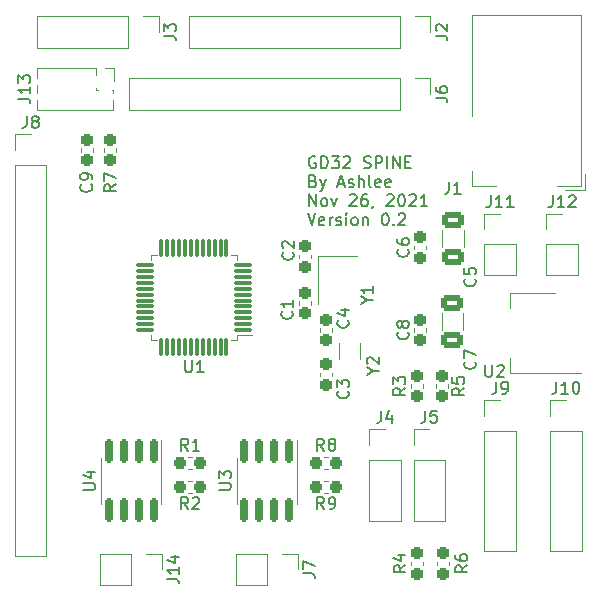
<source format=gto>
%TF.GenerationSoftware,KiCad,Pcbnew,(5.99.0-12896-g1860893d63)*%
%TF.CreationDate,2021-11-27T00:19:14+08:00*%
%TF.ProjectId,GD32_SPINE,47443332-5f53-4504-994e-452e6b696361,rev?*%
%TF.SameCoordinates,Original*%
%TF.FileFunction,Legend,Top*%
%TF.FilePolarity,Positive*%
%FSLAX46Y46*%
G04 Gerber Fmt 4.6, Leading zero omitted, Abs format (unit mm)*
G04 Created by KiCad (PCBNEW (5.99.0-12896-g1860893d63)) date 2021-11-27 00:19:14*
%MOMM*%
%LPD*%
G01*
G04 APERTURE LIST*
G04 Aperture macros list*
%AMRoundRect*
0 Rectangle with rounded corners*
0 $1 Rounding radius*
0 $2 $3 $4 $5 $6 $7 $8 $9 X,Y pos of 4 corners*
0 Add a 4 corners polygon primitive as box body*
4,1,4,$2,$3,$4,$5,$6,$7,$8,$9,$2,$3,0*
0 Add four circle primitives for the rounded corners*
1,1,$1+$1,$2,$3*
1,1,$1+$1,$4,$5*
1,1,$1+$1,$6,$7*
1,1,$1+$1,$8,$9*
0 Add four rect primitives between the rounded corners*
20,1,$1+$1,$2,$3,$4,$5,0*
20,1,$1+$1,$4,$5,$6,$7,0*
20,1,$1+$1,$6,$7,$8,$9,0*
20,1,$1+$1,$8,$9,$2,$3,0*%
G04 Aperture macros list end*
%ADD10C,0.150000*%
%ADD11C,0.120000*%
%ADD12R,1.700000X1.700000*%
%ADD13O,1.700000X1.700000*%
%ADD14RoundRect,0.237500X-0.237500X0.300000X-0.237500X-0.300000X0.237500X-0.300000X0.237500X0.300000X0*%
%ADD15RoundRect,0.237500X0.237500X-0.300000X0.237500X0.300000X-0.237500X0.300000X-0.237500X-0.300000X0*%
%ADD16R,1.000000X1.000000*%
%ADD17O,1.000000X1.000000*%
%ADD18RoundRect,0.250000X0.650000X-0.412500X0.650000X0.412500X-0.650000X0.412500X-0.650000X-0.412500X0*%
%ADD19RoundRect,0.150000X-0.150000X0.825000X-0.150000X-0.825000X0.150000X-0.825000X0.150000X0.825000X0*%
%ADD20RoundRect,0.237500X0.300000X0.237500X-0.300000X0.237500X-0.300000X-0.237500X0.300000X-0.237500X0*%
%ADD21R,1.200000X1.400000*%
%ADD22R,2.000000X1.500000*%
%ADD23R,2.000000X3.800000*%
%ADD24RoundRect,0.075000X0.662500X0.075000X-0.662500X0.075000X-0.662500X-0.075000X0.662500X-0.075000X0*%
%ADD25RoundRect,0.075000X0.075000X0.662500X-0.075000X0.662500X-0.075000X-0.662500X0.075000X-0.662500X0*%
%ADD26R,1.800000X1.000000*%
%ADD27R,4.600000X2.000000*%
%ADD28O,4.200000X2.000000*%
%ADD29O,2.000000X4.200000*%
G04 APERTURE END LIST*
D10*
X126109404Y-62585000D02*
X126014166Y-62537380D01*
X125871309Y-62537380D01*
X125728452Y-62585000D01*
X125633214Y-62680238D01*
X125585595Y-62775476D01*
X125537976Y-62965952D01*
X125537976Y-63108809D01*
X125585595Y-63299285D01*
X125633214Y-63394523D01*
X125728452Y-63489761D01*
X125871309Y-63537380D01*
X125966547Y-63537380D01*
X126109404Y-63489761D01*
X126157023Y-63442142D01*
X126157023Y-63108809D01*
X125966547Y-63108809D01*
X126585595Y-63537380D02*
X126585595Y-62537380D01*
X126823690Y-62537380D01*
X126966547Y-62585000D01*
X127061785Y-62680238D01*
X127109404Y-62775476D01*
X127157023Y-62965952D01*
X127157023Y-63108809D01*
X127109404Y-63299285D01*
X127061785Y-63394523D01*
X126966547Y-63489761D01*
X126823690Y-63537380D01*
X126585595Y-63537380D01*
X127490357Y-62537380D02*
X128109404Y-62537380D01*
X127776071Y-62918333D01*
X127918928Y-62918333D01*
X128014166Y-62965952D01*
X128061785Y-63013571D01*
X128109404Y-63108809D01*
X128109404Y-63346904D01*
X128061785Y-63442142D01*
X128014166Y-63489761D01*
X127918928Y-63537380D01*
X127633214Y-63537380D01*
X127537976Y-63489761D01*
X127490357Y-63442142D01*
X128490357Y-62632619D02*
X128537976Y-62585000D01*
X128633214Y-62537380D01*
X128871309Y-62537380D01*
X128966547Y-62585000D01*
X129014166Y-62632619D01*
X129061785Y-62727857D01*
X129061785Y-62823095D01*
X129014166Y-62965952D01*
X128442738Y-63537380D01*
X129061785Y-63537380D01*
X130204642Y-63489761D02*
X130347500Y-63537380D01*
X130585595Y-63537380D01*
X130680833Y-63489761D01*
X130728452Y-63442142D01*
X130776071Y-63346904D01*
X130776071Y-63251666D01*
X130728452Y-63156428D01*
X130680833Y-63108809D01*
X130585595Y-63061190D01*
X130395119Y-63013571D01*
X130299880Y-62965952D01*
X130252261Y-62918333D01*
X130204642Y-62823095D01*
X130204642Y-62727857D01*
X130252261Y-62632619D01*
X130299880Y-62585000D01*
X130395119Y-62537380D01*
X130633214Y-62537380D01*
X130776071Y-62585000D01*
X131204642Y-63537380D02*
X131204642Y-62537380D01*
X131585595Y-62537380D01*
X131680833Y-62585000D01*
X131728452Y-62632619D01*
X131776071Y-62727857D01*
X131776071Y-62870714D01*
X131728452Y-62965952D01*
X131680833Y-63013571D01*
X131585595Y-63061190D01*
X131204642Y-63061190D01*
X132204642Y-63537380D02*
X132204642Y-62537380D01*
X132680833Y-63537380D02*
X132680833Y-62537380D01*
X133252261Y-63537380D01*
X133252261Y-62537380D01*
X133728452Y-63013571D02*
X134061785Y-63013571D01*
X134204642Y-63537380D02*
X133728452Y-63537380D01*
X133728452Y-62537380D01*
X134204642Y-62537380D01*
X125918928Y-64623571D02*
X126061785Y-64671190D01*
X126109404Y-64718809D01*
X126157023Y-64814047D01*
X126157023Y-64956904D01*
X126109404Y-65052142D01*
X126061785Y-65099761D01*
X125966547Y-65147380D01*
X125585595Y-65147380D01*
X125585595Y-64147380D01*
X125918928Y-64147380D01*
X126014166Y-64195000D01*
X126061785Y-64242619D01*
X126109404Y-64337857D01*
X126109404Y-64433095D01*
X126061785Y-64528333D01*
X126014166Y-64575952D01*
X125918928Y-64623571D01*
X125585595Y-64623571D01*
X126490357Y-64480714D02*
X126728452Y-65147380D01*
X126966547Y-64480714D02*
X126728452Y-65147380D01*
X126633214Y-65385476D01*
X126585595Y-65433095D01*
X126490357Y-65480714D01*
X128061785Y-64861666D02*
X128537976Y-64861666D01*
X127966547Y-65147380D02*
X128299880Y-64147380D01*
X128633214Y-65147380D01*
X128918928Y-65099761D02*
X129014166Y-65147380D01*
X129204642Y-65147380D01*
X129299880Y-65099761D01*
X129347500Y-65004523D01*
X129347500Y-64956904D01*
X129299880Y-64861666D01*
X129204642Y-64814047D01*
X129061785Y-64814047D01*
X128966547Y-64766428D01*
X128918928Y-64671190D01*
X128918928Y-64623571D01*
X128966547Y-64528333D01*
X129061785Y-64480714D01*
X129204642Y-64480714D01*
X129299880Y-64528333D01*
X129776071Y-65147380D02*
X129776071Y-64147380D01*
X130204642Y-65147380D02*
X130204642Y-64623571D01*
X130157023Y-64528333D01*
X130061785Y-64480714D01*
X129918928Y-64480714D01*
X129823690Y-64528333D01*
X129776071Y-64575952D01*
X130823690Y-65147380D02*
X130728452Y-65099761D01*
X130680833Y-65004523D01*
X130680833Y-64147380D01*
X131585595Y-65099761D02*
X131490357Y-65147380D01*
X131299880Y-65147380D01*
X131204642Y-65099761D01*
X131157023Y-65004523D01*
X131157023Y-64623571D01*
X131204642Y-64528333D01*
X131299880Y-64480714D01*
X131490357Y-64480714D01*
X131585595Y-64528333D01*
X131633214Y-64623571D01*
X131633214Y-64718809D01*
X131157023Y-64814047D01*
X132442738Y-65099761D02*
X132347500Y-65147380D01*
X132157023Y-65147380D01*
X132061785Y-65099761D01*
X132014166Y-65004523D01*
X132014166Y-64623571D01*
X132061785Y-64528333D01*
X132157023Y-64480714D01*
X132347500Y-64480714D01*
X132442738Y-64528333D01*
X132490357Y-64623571D01*
X132490357Y-64718809D01*
X132014166Y-64814047D01*
X125585595Y-66757380D02*
X125585595Y-65757380D01*
X126157023Y-66757380D01*
X126157023Y-65757380D01*
X126776071Y-66757380D02*
X126680833Y-66709761D01*
X126633214Y-66662142D01*
X126585595Y-66566904D01*
X126585595Y-66281190D01*
X126633214Y-66185952D01*
X126680833Y-66138333D01*
X126776071Y-66090714D01*
X126918928Y-66090714D01*
X127014166Y-66138333D01*
X127061785Y-66185952D01*
X127109404Y-66281190D01*
X127109404Y-66566904D01*
X127061785Y-66662142D01*
X127014166Y-66709761D01*
X126918928Y-66757380D01*
X126776071Y-66757380D01*
X127442738Y-66090714D02*
X127680833Y-66757380D01*
X127918928Y-66090714D01*
X129014166Y-65852619D02*
X129061785Y-65805000D01*
X129157023Y-65757380D01*
X129395119Y-65757380D01*
X129490357Y-65805000D01*
X129537976Y-65852619D01*
X129585595Y-65947857D01*
X129585595Y-66043095D01*
X129537976Y-66185952D01*
X128966547Y-66757380D01*
X129585595Y-66757380D01*
X130442738Y-65757380D02*
X130252261Y-65757380D01*
X130157023Y-65805000D01*
X130109404Y-65852619D01*
X130014166Y-65995476D01*
X129966547Y-66185952D01*
X129966547Y-66566904D01*
X130014166Y-66662142D01*
X130061785Y-66709761D01*
X130157023Y-66757380D01*
X130347500Y-66757380D01*
X130442738Y-66709761D01*
X130490357Y-66662142D01*
X130537976Y-66566904D01*
X130537976Y-66328809D01*
X130490357Y-66233571D01*
X130442738Y-66185952D01*
X130347500Y-66138333D01*
X130157023Y-66138333D01*
X130061785Y-66185952D01*
X130014166Y-66233571D01*
X129966547Y-66328809D01*
X131014166Y-66709761D02*
X131014166Y-66757380D01*
X130966547Y-66852619D01*
X130918928Y-66900238D01*
X132157023Y-65852619D02*
X132204642Y-65805000D01*
X132299880Y-65757380D01*
X132537976Y-65757380D01*
X132633214Y-65805000D01*
X132680833Y-65852619D01*
X132728452Y-65947857D01*
X132728452Y-66043095D01*
X132680833Y-66185952D01*
X132109404Y-66757380D01*
X132728452Y-66757380D01*
X133347500Y-65757380D02*
X133442738Y-65757380D01*
X133537976Y-65805000D01*
X133585595Y-65852619D01*
X133633214Y-65947857D01*
X133680833Y-66138333D01*
X133680833Y-66376428D01*
X133633214Y-66566904D01*
X133585595Y-66662142D01*
X133537976Y-66709761D01*
X133442738Y-66757380D01*
X133347500Y-66757380D01*
X133252261Y-66709761D01*
X133204642Y-66662142D01*
X133157023Y-66566904D01*
X133109404Y-66376428D01*
X133109404Y-66138333D01*
X133157023Y-65947857D01*
X133204642Y-65852619D01*
X133252261Y-65805000D01*
X133347500Y-65757380D01*
X134061785Y-65852619D02*
X134109404Y-65805000D01*
X134204642Y-65757380D01*
X134442738Y-65757380D01*
X134537976Y-65805000D01*
X134585595Y-65852619D01*
X134633214Y-65947857D01*
X134633214Y-66043095D01*
X134585595Y-66185952D01*
X134014166Y-66757380D01*
X134633214Y-66757380D01*
X135585595Y-66757380D02*
X135014166Y-66757380D01*
X135299880Y-66757380D02*
X135299880Y-65757380D01*
X135204642Y-65900238D01*
X135109404Y-65995476D01*
X135014166Y-66043095D01*
X125442738Y-67367380D02*
X125776071Y-68367380D01*
X126109404Y-67367380D01*
X126823690Y-68319761D02*
X126728452Y-68367380D01*
X126537976Y-68367380D01*
X126442738Y-68319761D01*
X126395119Y-68224523D01*
X126395119Y-67843571D01*
X126442738Y-67748333D01*
X126537976Y-67700714D01*
X126728452Y-67700714D01*
X126823690Y-67748333D01*
X126871309Y-67843571D01*
X126871309Y-67938809D01*
X126395119Y-68034047D01*
X127299880Y-68367380D02*
X127299880Y-67700714D01*
X127299880Y-67891190D02*
X127347500Y-67795952D01*
X127395119Y-67748333D01*
X127490357Y-67700714D01*
X127585595Y-67700714D01*
X127871309Y-68319761D02*
X127966547Y-68367380D01*
X128157023Y-68367380D01*
X128252261Y-68319761D01*
X128299880Y-68224523D01*
X128299880Y-68176904D01*
X128252261Y-68081666D01*
X128157023Y-68034047D01*
X128014166Y-68034047D01*
X127918928Y-67986428D01*
X127871309Y-67891190D01*
X127871309Y-67843571D01*
X127918928Y-67748333D01*
X128014166Y-67700714D01*
X128157023Y-67700714D01*
X128252261Y-67748333D01*
X128728452Y-68367380D02*
X128728452Y-67700714D01*
X128728452Y-67367380D02*
X128680833Y-67415000D01*
X128728452Y-67462619D01*
X128776071Y-67415000D01*
X128728452Y-67367380D01*
X128728452Y-67462619D01*
X129347500Y-68367380D02*
X129252261Y-68319761D01*
X129204642Y-68272142D01*
X129157023Y-68176904D01*
X129157023Y-67891190D01*
X129204642Y-67795952D01*
X129252261Y-67748333D01*
X129347500Y-67700714D01*
X129490357Y-67700714D01*
X129585595Y-67748333D01*
X129633214Y-67795952D01*
X129680833Y-67891190D01*
X129680833Y-68176904D01*
X129633214Y-68272142D01*
X129585595Y-68319761D01*
X129490357Y-68367380D01*
X129347500Y-68367380D01*
X130109404Y-67700714D02*
X130109404Y-68367380D01*
X130109404Y-67795952D02*
X130157023Y-67748333D01*
X130252261Y-67700714D01*
X130395119Y-67700714D01*
X130490357Y-67748333D01*
X130537976Y-67843571D01*
X130537976Y-68367380D01*
X131966547Y-67367380D02*
X132061785Y-67367380D01*
X132157023Y-67415000D01*
X132204642Y-67462619D01*
X132252261Y-67557857D01*
X132299880Y-67748333D01*
X132299880Y-67986428D01*
X132252261Y-68176904D01*
X132204642Y-68272142D01*
X132157023Y-68319761D01*
X132061785Y-68367380D01*
X131966547Y-68367380D01*
X131871309Y-68319761D01*
X131823690Y-68272142D01*
X131776071Y-68176904D01*
X131728452Y-67986428D01*
X131728452Y-67748333D01*
X131776071Y-67557857D01*
X131823690Y-67462619D01*
X131871309Y-67415000D01*
X131966547Y-67367380D01*
X132728452Y-68272142D02*
X132776071Y-68319761D01*
X132728452Y-68367380D01*
X132680833Y-68319761D01*
X132728452Y-68272142D01*
X132728452Y-68367380D01*
X133157023Y-67462619D02*
X133204642Y-67415000D01*
X133299880Y-67367380D01*
X133537976Y-67367380D01*
X133633214Y-67415000D01*
X133680833Y-67462619D01*
X133728452Y-67557857D01*
X133728452Y-67653095D01*
X133680833Y-67795952D01*
X133109404Y-68367380D01*
X133728452Y-68367380D01*
%TO.C,J9*%
X141416666Y-81622380D02*
X141416666Y-82336666D01*
X141369047Y-82479523D01*
X141273809Y-82574761D01*
X141130952Y-82622380D01*
X141035714Y-82622380D01*
X141940476Y-82622380D02*
X142130952Y-82622380D01*
X142226190Y-82574761D01*
X142273809Y-82527142D01*
X142369047Y-82384285D01*
X142416666Y-82193809D01*
X142416666Y-81812857D01*
X142369047Y-81717619D01*
X142321428Y-81670000D01*
X142226190Y-81622380D01*
X142035714Y-81622380D01*
X141940476Y-81670000D01*
X141892857Y-81717619D01*
X141845238Y-81812857D01*
X141845238Y-82050952D01*
X141892857Y-82146190D01*
X141940476Y-82193809D01*
X142035714Y-82241428D01*
X142226190Y-82241428D01*
X142321428Y-82193809D01*
X142369047Y-82146190D01*
X142416666Y-82050952D01*
%TO.C,R5*%
X138702380Y-82166666D02*
X138226190Y-82500000D01*
X138702380Y-82738095D02*
X137702380Y-82738095D01*
X137702380Y-82357142D01*
X137750000Y-82261904D01*
X137797619Y-82214285D01*
X137892857Y-82166666D01*
X138035714Y-82166666D01*
X138130952Y-82214285D01*
X138178571Y-82261904D01*
X138226190Y-82357142D01*
X138226190Y-82738095D01*
X137702380Y-81261904D02*
X137702380Y-81738095D01*
X138178571Y-81785714D01*
X138130952Y-81738095D01*
X138083333Y-81642857D01*
X138083333Y-81404761D01*
X138130952Y-81309523D01*
X138178571Y-81261904D01*
X138273809Y-81214285D01*
X138511904Y-81214285D01*
X138607142Y-81261904D01*
X138654761Y-81309523D01*
X138702380Y-81404761D01*
X138702380Y-81642857D01*
X138654761Y-81738095D01*
X138607142Y-81785714D01*
%TO.C,J6*%
X136282380Y-57583333D02*
X136996666Y-57583333D01*
X137139523Y-57630952D01*
X137234761Y-57726190D01*
X137282380Y-57869047D01*
X137282380Y-57964285D01*
X136282380Y-56678571D02*
X136282380Y-56869047D01*
X136330000Y-56964285D01*
X136377619Y-57011904D01*
X136520476Y-57107142D01*
X136710952Y-57154761D01*
X137091904Y-57154761D01*
X137187142Y-57107142D01*
X137234761Y-57059523D01*
X137282380Y-56964285D01*
X137282380Y-56773809D01*
X137234761Y-56678571D01*
X137187142Y-56630952D01*
X137091904Y-56583333D01*
X136853809Y-56583333D01*
X136758571Y-56630952D01*
X136710952Y-56678571D01*
X136663333Y-56773809D01*
X136663333Y-56964285D01*
X136710952Y-57059523D01*
X136758571Y-57107142D01*
X136853809Y-57154761D01*
%TO.C,C1*%
X124107142Y-75666666D02*
X124154761Y-75714285D01*
X124202380Y-75857142D01*
X124202380Y-75952380D01*
X124154761Y-76095238D01*
X124059523Y-76190476D01*
X123964285Y-76238095D01*
X123773809Y-76285714D01*
X123630952Y-76285714D01*
X123440476Y-76238095D01*
X123345238Y-76190476D01*
X123250000Y-76095238D01*
X123202380Y-75952380D01*
X123202380Y-75857142D01*
X123250000Y-75714285D01*
X123297619Y-75666666D01*
X124202380Y-74714285D02*
X124202380Y-75285714D01*
X124202380Y-75000000D02*
X123202380Y-75000000D01*
X123345238Y-75095238D01*
X123440476Y-75190476D01*
X123488095Y-75285714D01*
%TO.C,R3*%
X133702380Y-82166666D02*
X133226190Y-82500000D01*
X133702380Y-82738095D02*
X132702380Y-82738095D01*
X132702380Y-82357142D01*
X132750000Y-82261904D01*
X132797619Y-82214285D01*
X132892857Y-82166666D01*
X133035714Y-82166666D01*
X133130952Y-82214285D01*
X133178571Y-82261904D01*
X133226190Y-82357142D01*
X133226190Y-82738095D01*
X132702380Y-81833333D02*
X132702380Y-81214285D01*
X133083333Y-81547619D01*
X133083333Y-81404761D01*
X133130952Y-81309523D01*
X133178571Y-81261904D01*
X133273809Y-81214285D01*
X133511904Y-81214285D01*
X133607142Y-81261904D01*
X133654761Y-81309523D01*
X133702380Y-81404761D01*
X133702380Y-81690476D01*
X133654761Y-81785714D01*
X133607142Y-81833333D01*
%TO.C,R7*%
X109202380Y-64916666D02*
X108726190Y-65250000D01*
X109202380Y-65488095D02*
X108202380Y-65488095D01*
X108202380Y-65107142D01*
X108250000Y-65011904D01*
X108297619Y-64964285D01*
X108392857Y-64916666D01*
X108535714Y-64916666D01*
X108630952Y-64964285D01*
X108678571Y-65011904D01*
X108726190Y-65107142D01*
X108726190Y-65488095D01*
X108202380Y-64583333D02*
X108202380Y-63916666D01*
X109202380Y-64345238D01*
%TO.C,J5*%
X135416666Y-84082380D02*
X135416666Y-84796666D01*
X135369047Y-84939523D01*
X135273809Y-85034761D01*
X135130952Y-85082380D01*
X135035714Y-85082380D01*
X136369047Y-84082380D02*
X135892857Y-84082380D01*
X135845238Y-84558571D01*
X135892857Y-84510952D01*
X135988095Y-84463333D01*
X136226190Y-84463333D01*
X136321428Y-84510952D01*
X136369047Y-84558571D01*
X136416666Y-84653809D01*
X136416666Y-84891904D01*
X136369047Y-84987142D01*
X136321428Y-85034761D01*
X136226190Y-85082380D01*
X135988095Y-85082380D01*
X135892857Y-85034761D01*
X135845238Y-84987142D01*
%TO.C,J13*%
X100952380Y-57644523D02*
X101666666Y-57644523D01*
X101809523Y-57692142D01*
X101904761Y-57787380D01*
X101952380Y-57930238D01*
X101952380Y-58025476D01*
X101952380Y-56644523D02*
X101952380Y-57215952D01*
X101952380Y-56930238D02*
X100952380Y-56930238D01*
X101095238Y-57025476D01*
X101190476Y-57120714D01*
X101238095Y-57215952D01*
X100952380Y-56311190D02*
X100952380Y-55692142D01*
X101333333Y-56025476D01*
X101333333Y-55882619D01*
X101380952Y-55787380D01*
X101428571Y-55739761D01*
X101523809Y-55692142D01*
X101761904Y-55692142D01*
X101857142Y-55739761D01*
X101904761Y-55787380D01*
X101952380Y-55882619D01*
X101952380Y-56168333D01*
X101904761Y-56263571D01*
X101857142Y-56311190D01*
%TO.C,C6*%
X133927142Y-70416666D02*
X133974761Y-70464285D01*
X134022380Y-70607142D01*
X134022380Y-70702380D01*
X133974761Y-70845238D01*
X133879523Y-70940476D01*
X133784285Y-70988095D01*
X133593809Y-71035714D01*
X133450952Y-71035714D01*
X133260476Y-70988095D01*
X133165238Y-70940476D01*
X133070000Y-70845238D01*
X133022380Y-70702380D01*
X133022380Y-70607142D01*
X133070000Y-70464285D01*
X133117619Y-70416666D01*
X133022380Y-69559523D02*
X133022380Y-69750000D01*
X133070000Y-69845238D01*
X133117619Y-69892857D01*
X133260476Y-69988095D01*
X133450952Y-70035714D01*
X133831904Y-70035714D01*
X133927142Y-69988095D01*
X133974761Y-69940476D01*
X134022380Y-69845238D01*
X134022380Y-69654761D01*
X133974761Y-69559523D01*
X133927142Y-69511904D01*
X133831904Y-69464285D01*
X133593809Y-69464285D01*
X133498571Y-69511904D01*
X133450952Y-69559523D01*
X133403333Y-69654761D01*
X133403333Y-69845238D01*
X133450952Y-69940476D01*
X133498571Y-69988095D01*
X133593809Y-70035714D01*
%TO.C,C5*%
X139607142Y-72916666D02*
X139654761Y-72964285D01*
X139702380Y-73107142D01*
X139702380Y-73202380D01*
X139654761Y-73345238D01*
X139559523Y-73440476D01*
X139464285Y-73488095D01*
X139273809Y-73535714D01*
X139130952Y-73535714D01*
X138940476Y-73488095D01*
X138845238Y-73440476D01*
X138750000Y-73345238D01*
X138702380Y-73202380D01*
X138702380Y-73107142D01*
X138750000Y-72964285D01*
X138797619Y-72916666D01*
X138702380Y-72011904D02*
X138702380Y-72488095D01*
X139178571Y-72535714D01*
X139130952Y-72488095D01*
X139083333Y-72392857D01*
X139083333Y-72154761D01*
X139130952Y-72059523D01*
X139178571Y-72011904D01*
X139273809Y-71964285D01*
X139511904Y-71964285D01*
X139607142Y-72011904D01*
X139654761Y-72059523D01*
X139702380Y-72154761D01*
X139702380Y-72392857D01*
X139654761Y-72488095D01*
X139607142Y-72535714D01*
%TO.C,J14*%
X113557380Y-98309523D02*
X114271666Y-98309523D01*
X114414523Y-98357142D01*
X114509761Y-98452380D01*
X114557380Y-98595238D01*
X114557380Y-98690476D01*
X114557380Y-97309523D02*
X114557380Y-97880952D01*
X114557380Y-97595238D02*
X113557380Y-97595238D01*
X113700238Y-97690476D01*
X113795476Y-97785714D01*
X113843095Y-97880952D01*
X113890714Y-96452380D02*
X114557380Y-96452380D01*
X113509761Y-96690476D02*
X114224047Y-96928571D01*
X114224047Y-96309523D01*
%TO.C,R4*%
X133722380Y-97176666D02*
X133246190Y-97510000D01*
X133722380Y-97748095D02*
X132722380Y-97748095D01*
X132722380Y-97367142D01*
X132770000Y-97271904D01*
X132817619Y-97224285D01*
X132912857Y-97176666D01*
X133055714Y-97176666D01*
X133150952Y-97224285D01*
X133198571Y-97271904D01*
X133246190Y-97367142D01*
X133246190Y-97748095D01*
X133055714Y-96319523D02*
X133722380Y-96319523D01*
X132674761Y-96557619D02*
X133389047Y-96795714D01*
X133389047Y-96176666D01*
%TO.C,C9*%
X107107142Y-64916666D02*
X107154761Y-64964285D01*
X107202380Y-65107142D01*
X107202380Y-65202380D01*
X107154761Y-65345238D01*
X107059523Y-65440476D01*
X106964285Y-65488095D01*
X106773809Y-65535714D01*
X106630952Y-65535714D01*
X106440476Y-65488095D01*
X106345238Y-65440476D01*
X106250000Y-65345238D01*
X106202380Y-65202380D01*
X106202380Y-65107142D01*
X106250000Y-64964285D01*
X106297619Y-64916666D01*
X107202380Y-64440476D02*
X107202380Y-64250000D01*
X107154761Y-64154761D01*
X107107142Y-64107142D01*
X106964285Y-64011904D01*
X106773809Y-63964285D01*
X106392857Y-63964285D01*
X106297619Y-64011904D01*
X106250000Y-64059523D01*
X106202380Y-64154761D01*
X106202380Y-64345238D01*
X106250000Y-64440476D01*
X106297619Y-64488095D01*
X106392857Y-64535714D01*
X106630952Y-64535714D01*
X106726190Y-64488095D01*
X106773809Y-64440476D01*
X106821428Y-64345238D01*
X106821428Y-64154761D01*
X106773809Y-64059523D01*
X106726190Y-64011904D01*
X106630952Y-63964285D01*
%TO.C,U3*%
X117952380Y-90761904D02*
X118761904Y-90761904D01*
X118857142Y-90714285D01*
X118904761Y-90666666D01*
X118952380Y-90571428D01*
X118952380Y-90380952D01*
X118904761Y-90285714D01*
X118857142Y-90238095D01*
X118761904Y-90190476D01*
X117952380Y-90190476D01*
X117952380Y-89809523D02*
X117952380Y-89190476D01*
X118333333Y-89523809D01*
X118333333Y-89380952D01*
X118380952Y-89285714D01*
X118428571Y-89238095D01*
X118523809Y-89190476D01*
X118761904Y-89190476D01*
X118857142Y-89238095D01*
X118904761Y-89285714D01*
X118952380Y-89380952D01*
X118952380Y-89666666D01*
X118904761Y-89761904D01*
X118857142Y-89809523D01*
%TO.C,C3*%
X128857142Y-82416666D02*
X128904761Y-82464285D01*
X128952380Y-82607142D01*
X128952380Y-82702380D01*
X128904761Y-82845238D01*
X128809523Y-82940476D01*
X128714285Y-82988095D01*
X128523809Y-83035714D01*
X128380952Y-83035714D01*
X128190476Y-82988095D01*
X128095238Y-82940476D01*
X128000000Y-82845238D01*
X127952380Y-82702380D01*
X127952380Y-82607142D01*
X128000000Y-82464285D01*
X128047619Y-82416666D01*
X127952380Y-82083333D02*
X127952380Y-81464285D01*
X128333333Y-81797619D01*
X128333333Y-81654761D01*
X128380952Y-81559523D01*
X128428571Y-81511904D01*
X128523809Y-81464285D01*
X128761904Y-81464285D01*
X128857142Y-81511904D01*
X128904761Y-81559523D01*
X128952380Y-81654761D01*
X128952380Y-81940476D01*
X128904761Y-82035714D01*
X128857142Y-82083333D01*
%TO.C,R9*%
X126833333Y-92382380D02*
X126500000Y-91906190D01*
X126261904Y-92382380D02*
X126261904Y-91382380D01*
X126642857Y-91382380D01*
X126738095Y-91430000D01*
X126785714Y-91477619D01*
X126833333Y-91572857D01*
X126833333Y-91715714D01*
X126785714Y-91810952D01*
X126738095Y-91858571D01*
X126642857Y-91906190D01*
X126261904Y-91906190D01*
X127309523Y-92382380D02*
X127500000Y-92382380D01*
X127595238Y-92334761D01*
X127642857Y-92287142D01*
X127738095Y-92144285D01*
X127785714Y-91953809D01*
X127785714Y-91572857D01*
X127738095Y-91477619D01*
X127690476Y-91430000D01*
X127595238Y-91382380D01*
X127404761Y-91382380D01*
X127309523Y-91430000D01*
X127261904Y-91477619D01*
X127214285Y-91572857D01*
X127214285Y-91810952D01*
X127261904Y-91906190D01*
X127309523Y-91953809D01*
X127404761Y-92001428D01*
X127595238Y-92001428D01*
X127690476Y-91953809D01*
X127738095Y-91906190D01*
X127785714Y-91810952D01*
%TO.C,J11*%
X140940476Y-65847380D02*
X140940476Y-66561666D01*
X140892857Y-66704523D01*
X140797619Y-66799761D01*
X140654761Y-66847380D01*
X140559523Y-66847380D01*
X141940476Y-66847380D02*
X141369047Y-66847380D01*
X141654761Y-66847380D02*
X141654761Y-65847380D01*
X141559523Y-65990238D01*
X141464285Y-66085476D01*
X141369047Y-66133095D01*
X142892857Y-66847380D02*
X142321428Y-66847380D01*
X142607142Y-66847380D02*
X142607142Y-65847380D01*
X142511904Y-65990238D01*
X142416666Y-66085476D01*
X142321428Y-66133095D01*
%TO.C,U4*%
X106452380Y-90761904D02*
X107261904Y-90761904D01*
X107357142Y-90714285D01*
X107404761Y-90666666D01*
X107452380Y-90571428D01*
X107452380Y-90380952D01*
X107404761Y-90285714D01*
X107357142Y-90238095D01*
X107261904Y-90190476D01*
X106452380Y-90190476D01*
X106785714Y-89285714D02*
X107452380Y-89285714D01*
X106404761Y-89523809D02*
X107119047Y-89761904D01*
X107119047Y-89142857D01*
%TO.C,Y1*%
X130476190Y-74726190D02*
X130952380Y-74726190D01*
X129952380Y-75059523D02*
X130476190Y-74726190D01*
X129952380Y-74392857D01*
X130952380Y-73535714D02*
X130952380Y-74107142D01*
X130952380Y-73821428D02*
X129952380Y-73821428D01*
X130095238Y-73916666D01*
X130190476Y-74011904D01*
X130238095Y-74107142D01*
%TO.C,J12*%
X146190476Y-65847380D02*
X146190476Y-66561666D01*
X146142857Y-66704523D01*
X146047619Y-66799761D01*
X145904761Y-66847380D01*
X145809523Y-66847380D01*
X147190476Y-66847380D02*
X146619047Y-66847380D01*
X146904761Y-66847380D02*
X146904761Y-65847380D01*
X146809523Y-65990238D01*
X146714285Y-66085476D01*
X146619047Y-66133095D01*
X147571428Y-65942619D02*
X147619047Y-65895000D01*
X147714285Y-65847380D01*
X147952380Y-65847380D01*
X148047619Y-65895000D01*
X148095238Y-65942619D01*
X148142857Y-66037857D01*
X148142857Y-66133095D01*
X148095238Y-66275952D01*
X147523809Y-66847380D01*
X148142857Y-66847380D01*
%TO.C,J3*%
X113282380Y-52333333D02*
X113996666Y-52333333D01*
X114139523Y-52380952D01*
X114234761Y-52476190D01*
X114282380Y-52619047D01*
X114282380Y-52714285D01*
X113282380Y-51952380D02*
X113282380Y-51333333D01*
X113663333Y-51666666D01*
X113663333Y-51523809D01*
X113710952Y-51428571D01*
X113758571Y-51380952D01*
X113853809Y-51333333D01*
X114091904Y-51333333D01*
X114187142Y-51380952D01*
X114234761Y-51428571D01*
X114282380Y-51523809D01*
X114282380Y-51809523D01*
X114234761Y-51904761D01*
X114187142Y-51952380D01*
%TO.C,R1*%
X115333333Y-87452380D02*
X115000000Y-86976190D01*
X114761904Y-87452380D02*
X114761904Y-86452380D01*
X115142857Y-86452380D01*
X115238095Y-86500000D01*
X115285714Y-86547619D01*
X115333333Y-86642857D01*
X115333333Y-86785714D01*
X115285714Y-86880952D01*
X115238095Y-86928571D01*
X115142857Y-86976190D01*
X114761904Y-86976190D01*
X116285714Y-87452380D02*
X115714285Y-87452380D01*
X116000000Y-87452380D02*
X116000000Y-86452380D01*
X115904761Y-86595238D01*
X115809523Y-86690476D01*
X115714285Y-86738095D01*
%TO.C,U2*%
X140488095Y-80202380D02*
X140488095Y-81011904D01*
X140535714Y-81107142D01*
X140583333Y-81154761D01*
X140678571Y-81202380D01*
X140869047Y-81202380D01*
X140964285Y-81154761D01*
X141011904Y-81107142D01*
X141059523Y-81011904D01*
X141059523Y-80202380D01*
X141488095Y-80297619D02*
X141535714Y-80250000D01*
X141630952Y-80202380D01*
X141869047Y-80202380D01*
X141964285Y-80250000D01*
X142011904Y-80297619D01*
X142059523Y-80392857D01*
X142059523Y-80488095D01*
X142011904Y-80630952D01*
X141440476Y-81202380D01*
X142059523Y-81202380D01*
%TO.C,C8*%
X133927142Y-77416666D02*
X133974761Y-77464285D01*
X134022380Y-77607142D01*
X134022380Y-77702380D01*
X133974761Y-77845238D01*
X133879523Y-77940476D01*
X133784285Y-77988095D01*
X133593809Y-78035714D01*
X133450952Y-78035714D01*
X133260476Y-77988095D01*
X133165238Y-77940476D01*
X133070000Y-77845238D01*
X133022380Y-77702380D01*
X133022380Y-77607142D01*
X133070000Y-77464285D01*
X133117619Y-77416666D01*
X133450952Y-76845238D02*
X133403333Y-76940476D01*
X133355714Y-76988095D01*
X133260476Y-77035714D01*
X133212857Y-77035714D01*
X133117619Y-76988095D01*
X133070000Y-76940476D01*
X133022380Y-76845238D01*
X133022380Y-76654761D01*
X133070000Y-76559523D01*
X133117619Y-76511904D01*
X133212857Y-76464285D01*
X133260476Y-76464285D01*
X133355714Y-76511904D01*
X133403333Y-76559523D01*
X133450952Y-76654761D01*
X133450952Y-76845238D01*
X133498571Y-76940476D01*
X133546190Y-76988095D01*
X133641428Y-77035714D01*
X133831904Y-77035714D01*
X133927142Y-76988095D01*
X133974761Y-76940476D01*
X134022380Y-76845238D01*
X134022380Y-76654761D01*
X133974761Y-76559523D01*
X133927142Y-76511904D01*
X133831904Y-76464285D01*
X133641428Y-76464285D01*
X133546190Y-76511904D01*
X133498571Y-76559523D01*
X133450952Y-76654761D01*
%TO.C,C7*%
X139607142Y-79916666D02*
X139654761Y-79964285D01*
X139702380Y-80107142D01*
X139702380Y-80202380D01*
X139654761Y-80345238D01*
X139559523Y-80440476D01*
X139464285Y-80488095D01*
X139273809Y-80535714D01*
X139130952Y-80535714D01*
X138940476Y-80488095D01*
X138845238Y-80440476D01*
X138750000Y-80345238D01*
X138702380Y-80202380D01*
X138702380Y-80107142D01*
X138750000Y-79964285D01*
X138797619Y-79916666D01*
X138702380Y-79583333D02*
X138702380Y-78916666D01*
X139702380Y-79345238D01*
%TO.C,U1*%
X115062095Y-79802380D02*
X115062095Y-80611904D01*
X115109714Y-80707142D01*
X115157333Y-80754761D01*
X115252571Y-80802380D01*
X115443047Y-80802380D01*
X115538285Y-80754761D01*
X115585904Y-80707142D01*
X115633523Y-80611904D01*
X115633523Y-79802380D01*
X116633523Y-80802380D02*
X116062095Y-80802380D01*
X116347809Y-80802380D02*
X116347809Y-79802380D01*
X116252571Y-79945238D01*
X116157333Y-80040476D01*
X116062095Y-80088095D01*
%TO.C,J10*%
X146510476Y-81622380D02*
X146510476Y-82336666D01*
X146462857Y-82479523D01*
X146367619Y-82574761D01*
X146224761Y-82622380D01*
X146129523Y-82622380D01*
X147510476Y-82622380D02*
X146939047Y-82622380D01*
X147224761Y-82622380D02*
X147224761Y-81622380D01*
X147129523Y-81765238D01*
X147034285Y-81860476D01*
X146939047Y-81908095D01*
X148129523Y-81622380D02*
X148224761Y-81622380D01*
X148320000Y-81670000D01*
X148367619Y-81717619D01*
X148415238Y-81812857D01*
X148462857Y-82003333D01*
X148462857Y-82241428D01*
X148415238Y-82431904D01*
X148367619Y-82527142D01*
X148320000Y-82574761D01*
X148224761Y-82622380D01*
X148129523Y-82622380D01*
X148034285Y-82574761D01*
X147986666Y-82527142D01*
X147939047Y-82431904D01*
X147891428Y-82241428D01*
X147891428Y-82003333D01*
X147939047Y-81812857D01*
X147986666Y-81717619D01*
X148034285Y-81670000D01*
X148129523Y-81622380D01*
%TO.C,C4*%
X128857142Y-76416666D02*
X128904761Y-76464285D01*
X128952380Y-76607142D01*
X128952380Y-76702380D01*
X128904761Y-76845238D01*
X128809523Y-76940476D01*
X128714285Y-76988095D01*
X128523809Y-77035714D01*
X128380952Y-77035714D01*
X128190476Y-76988095D01*
X128095238Y-76940476D01*
X128000000Y-76845238D01*
X127952380Y-76702380D01*
X127952380Y-76607142D01*
X128000000Y-76464285D01*
X128047619Y-76416666D01*
X128285714Y-75559523D02*
X128952380Y-75559523D01*
X127904761Y-75797619D02*
X128619047Y-76035714D01*
X128619047Y-75416666D01*
%TO.C,R6*%
X138952380Y-97176666D02*
X138476190Y-97510000D01*
X138952380Y-97748095D02*
X137952380Y-97748095D01*
X137952380Y-97367142D01*
X138000000Y-97271904D01*
X138047619Y-97224285D01*
X138142857Y-97176666D01*
X138285714Y-97176666D01*
X138380952Y-97224285D01*
X138428571Y-97271904D01*
X138476190Y-97367142D01*
X138476190Y-97748095D01*
X137952380Y-96319523D02*
X137952380Y-96510000D01*
X138000000Y-96605238D01*
X138047619Y-96652857D01*
X138190476Y-96748095D01*
X138380952Y-96795714D01*
X138761904Y-96795714D01*
X138857142Y-96748095D01*
X138904761Y-96700476D01*
X138952380Y-96605238D01*
X138952380Y-96414761D01*
X138904761Y-96319523D01*
X138857142Y-96271904D01*
X138761904Y-96224285D01*
X138523809Y-96224285D01*
X138428571Y-96271904D01*
X138380952Y-96319523D01*
X138333333Y-96414761D01*
X138333333Y-96605238D01*
X138380952Y-96700476D01*
X138428571Y-96748095D01*
X138523809Y-96795714D01*
%TO.C,Y2*%
X130976190Y-80726190D02*
X131452380Y-80726190D01*
X130452380Y-81059523D02*
X130976190Y-80726190D01*
X130452380Y-80392857D01*
X130547619Y-80107142D02*
X130500000Y-80059523D01*
X130452380Y-79964285D01*
X130452380Y-79726190D01*
X130500000Y-79630952D01*
X130547619Y-79583333D01*
X130642857Y-79535714D01*
X130738095Y-79535714D01*
X130880952Y-79583333D01*
X131452380Y-80154761D01*
X131452380Y-79535714D01*
%TO.C,C2*%
X124182142Y-70666666D02*
X124229761Y-70714285D01*
X124277380Y-70857142D01*
X124277380Y-70952380D01*
X124229761Y-71095238D01*
X124134523Y-71190476D01*
X124039285Y-71238095D01*
X123848809Y-71285714D01*
X123705952Y-71285714D01*
X123515476Y-71238095D01*
X123420238Y-71190476D01*
X123325000Y-71095238D01*
X123277380Y-70952380D01*
X123277380Y-70857142D01*
X123325000Y-70714285D01*
X123372619Y-70666666D01*
X123372619Y-70285714D02*
X123325000Y-70238095D01*
X123277380Y-70142857D01*
X123277380Y-69904761D01*
X123325000Y-69809523D01*
X123372619Y-69761904D01*
X123467857Y-69714285D01*
X123563095Y-69714285D01*
X123705952Y-69761904D01*
X124277380Y-70333333D01*
X124277380Y-69714285D01*
%TO.C,R2*%
X115333333Y-92382380D02*
X115000000Y-91906190D01*
X114761904Y-92382380D02*
X114761904Y-91382380D01*
X115142857Y-91382380D01*
X115238095Y-91430000D01*
X115285714Y-91477619D01*
X115333333Y-91572857D01*
X115333333Y-91715714D01*
X115285714Y-91810952D01*
X115238095Y-91858571D01*
X115142857Y-91906190D01*
X114761904Y-91906190D01*
X115714285Y-91477619D02*
X115761904Y-91430000D01*
X115857142Y-91382380D01*
X116095238Y-91382380D01*
X116190476Y-91430000D01*
X116238095Y-91477619D01*
X116285714Y-91572857D01*
X116285714Y-91668095D01*
X116238095Y-91810952D01*
X115666666Y-92382380D01*
X116285714Y-92382380D01*
%TO.C,J4*%
X131666666Y-84082380D02*
X131666666Y-84796666D01*
X131619047Y-84939523D01*
X131523809Y-85034761D01*
X131380952Y-85082380D01*
X131285714Y-85082380D01*
X132571428Y-84415714D02*
X132571428Y-85082380D01*
X132333333Y-84034761D02*
X132095238Y-84749047D01*
X132714285Y-84749047D01*
%TO.C,J1*%
X137416666Y-64702380D02*
X137416666Y-65416666D01*
X137369047Y-65559523D01*
X137273809Y-65654761D01*
X137130952Y-65702380D01*
X137035714Y-65702380D01*
X138416666Y-65702380D02*
X137845238Y-65702380D01*
X138130952Y-65702380D02*
X138130952Y-64702380D01*
X138035714Y-64845238D01*
X137940476Y-64940476D01*
X137845238Y-64988095D01*
%TO.C,J8*%
X101666666Y-59122380D02*
X101666666Y-59836666D01*
X101619047Y-59979523D01*
X101523809Y-60074761D01*
X101380952Y-60122380D01*
X101285714Y-60122380D01*
X102285714Y-59550952D02*
X102190476Y-59503333D01*
X102142857Y-59455714D01*
X102095238Y-59360476D01*
X102095238Y-59312857D01*
X102142857Y-59217619D01*
X102190476Y-59170000D01*
X102285714Y-59122380D01*
X102476190Y-59122380D01*
X102571428Y-59170000D01*
X102619047Y-59217619D01*
X102666666Y-59312857D01*
X102666666Y-59360476D01*
X102619047Y-59455714D01*
X102571428Y-59503333D01*
X102476190Y-59550952D01*
X102285714Y-59550952D01*
X102190476Y-59598571D01*
X102142857Y-59646190D01*
X102095238Y-59741428D01*
X102095238Y-59931904D01*
X102142857Y-60027142D01*
X102190476Y-60074761D01*
X102285714Y-60122380D01*
X102476190Y-60122380D01*
X102571428Y-60074761D01*
X102619047Y-60027142D01*
X102666666Y-59931904D01*
X102666666Y-59741428D01*
X102619047Y-59646190D01*
X102571428Y-59598571D01*
X102476190Y-59550952D01*
%TO.C,R8*%
X126833333Y-87452380D02*
X126500000Y-86976190D01*
X126261904Y-87452380D02*
X126261904Y-86452380D01*
X126642857Y-86452380D01*
X126738095Y-86500000D01*
X126785714Y-86547619D01*
X126833333Y-86642857D01*
X126833333Y-86785714D01*
X126785714Y-86880952D01*
X126738095Y-86928571D01*
X126642857Y-86976190D01*
X126261904Y-86976190D01*
X127404761Y-86880952D02*
X127309523Y-86833333D01*
X127261904Y-86785714D01*
X127214285Y-86690476D01*
X127214285Y-86642857D01*
X127261904Y-86547619D01*
X127309523Y-86500000D01*
X127404761Y-86452380D01*
X127595238Y-86452380D01*
X127690476Y-86500000D01*
X127738095Y-86547619D01*
X127785714Y-86642857D01*
X127785714Y-86690476D01*
X127738095Y-86785714D01*
X127690476Y-86833333D01*
X127595238Y-86880952D01*
X127404761Y-86880952D01*
X127309523Y-86928571D01*
X127261904Y-86976190D01*
X127214285Y-87071428D01*
X127214285Y-87261904D01*
X127261904Y-87357142D01*
X127309523Y-87404761D01*
X127404761Y-87452380D01*
X127595238Y-87452380D01*
X127690476Y-87404761D01*
X127738095Y-87357142D01*
X127785714Y-87261904D01*
X127785714Y-87071428D01*
X127738095Y-86976190D01*
X127690476Y-86928571D01*
X127595238Y-86880952D01*
%TO.C,J2*%
X136282380Y-52333333D02*
X136996666Y-52333333D01*
X137139523Y-52380952D01*
X137234761Y-52476190D01*
X137282380Y-52619047D01*
X137282380Y-52714285D01*
X136377619Y-51904761D02*
X136330000Y-51857142D01*
X136282380Y-51761904D01*
X136282380Y-51523809D01*
X136330000Y-51428571D01*
X136377619Y-51380952D01*
X136472857Y-51333333D01*
X136568095Y-51333333D01*
X136710952Y-51380952D01*
X137282380Y-51952380D01*
X137282380Y-51333333D01*
%TO.C,J7*%
X125057380Y-97833333D02*
X125771666Y-97833333D01*
X125914523Y-97880952D01*
X126009761Y-97976190D01*
X126057380Y-98119047D01*
X126057380Y-98214285D01*
X125057380Y-97452380D02*
X125057380Y-96785714D01*
X126057380Y-97214285D01*
D11*
%TO.C,J9*%
X140420000Y-85770000D02*
X143080000Y-85770000D01*
X140420000Y-83170000D02*
X141750000Y-83170000D01*
X143080000Y-85770000D02*
X143080000Y-95990000D01*
X140420000Y-84500000D02*
X140420000Y-83170000D01*
X140420000Y-95990000D02*
X143080000Y-95990000D01*
X140420000Y-85770000D02*
X140420000Y-95990000D01*
%TO.C,R5*%
X137310000Y-81853733D02*
X137310000Y-82146267D01*
X136290000Y-81853733D02*
X136290000Y-82146267D01*
%TO.C,J6*%
X133230000Y-55920000D02*
X110310000Y-55920000D01*
X133230000Y-58580000D02*
X110310000Y-58580000D01*
X110310000Y-55920000D02*
X110310000Y-58580000D01*
X135830000Y-55920000D02*
X135830000Y-57250000D01*
X134500000Y-55920000D02*
X135830000Y-55920000D01*
X133230000Y-55920000D02*
X133230000Y-58580000D01*
%TO.C,C1*%
X125760000Y-75096267D02*
X125760000Y-74803733D01*
X124740000Y-75096267D02*
X124740000Y-74803733D01*
%TO.C,R3*%
X135210000Y-81853733D02*
X135210000Y-82146267D01*
X134190000Y-81853733D02*
X134190000Y-82146267D01*
%TO.C,R7*%
X109260000Y-62146267D02*
X109260000Y-61853733D01*
X108240000Y-62146267D02*
X108240000Y-61853733D01*
%TO.C,J5*%
X134420000Y-88230000D02*
X134420000Y-93370000D01*
X134420000Y-88230000D02*
X137080000Y-88230000D01*
X134420000Y-86960000D02*
X134420000Y-85630000D01*
X137080000Y-88230000D02*
X137080000Y-93370000D01*
X134420000Y-93370000D02*
X137080000Y-93370000D01*
X134420000Y-85630000D02*
X135750000Y-85630000D01*
%TO.C,J13*%
X107593471Y-56960000D02*
X107736529Y-56960000D01*
X102525000Y-56507530D02*
X102525000Y-57162470D01*
X102525000Y-57777530D02*
X102525000Y-58600000D01*
X102525000Y-55070000D02*
X102525000Y-55892470D01*
X108995000Y-58600000D02*
X102525000Y-58600000D01*
X108300000Y-55070000D02*
X109060000Y-55070000D01*
X107540000Y-55070000D02*
X107540000Y-55636529D01*
X107540000Y-56763471D02*
X107540000Y-56906529D01*
X108995000Y-56960000D02*
X108995000Y-57162470D01*
X109060000Y-55070000D02*
X109060000Y-56200000D01*
X107540000Y-55070000D02*
X102525000Y-55070000D01*
X108863471Y-56960000D02*
X108995000Y-56960000D01*
X108995000Y-57777530D02*
X108995000Y-58600000D01*
%TO.C,C6*%
X134490000Y-70396267D02*
X134490000Y-70103733D01*
X135510000Y-70396267D02*
X135510000Y-70103733D01*
%TO.C,C5*%
X136840000Y-70211252D02*
X136840000Y-68788748D01*
X138660000Y-70211252D02*
X138660000Y-68788748D01*
%TO.C,J14*%
X110505000Y-96170000D02*
X107905000Y-96170000D01*
X113105000Y-96170000D02*
X113105000Y-97500000D01*
X107905000Y-96170000D02*
X107905000Y-98830000D01*
X110505000Y-96170000D02*
X110505000Y-98830000D01*
X110505000Y-98830000D02*
X107905000Y-98830000D01*
X111775000Y-96170000D02*
X113105000Y-96170000D01*
%TO.C,R4*%
X134190000Y-97156267D02*
X134190000Y-96863733D01*
X135210000Y-97156267D02*
X135210000Y-96863733D01*
%TO.C,C9*%
X106240000Y-61853733D02*
X106240000Y-62146267D01*
X107260000Y-61853733D02*
X107260000Y-62146267D01*
%TO.C,U3*%
X119440000Y-90000000D02*
X119440000Y-91950000D01*
X119440000Y-90000000D02*
X119440000Y-88050000D01*
X124560000Y-90000000D02*
X124560000Y-86550000D01*
X124560000Y-90000000D02*
X124560000Y-91950000D01*
%TO.C,C3*%
X127510000Y-81146267D02*
X127510000Y-80853733D01*
X126490000Y-81146267D02*
X126490000Y-80853733D01*
%TO.C,R9*%
X127146267Y-89990000D02*
X126853733Y-89990000D01*
X127146267Y-91010000D02*
X126853733Y-91010000D01*
%TO.C,J11*%
X140420000Y-69995000D02*
X143080000Y-69995000D01*
X140420000Y-69995000D02*
X140420000Y-72595000D01*
X140420000Y-72595000D02*
X143080000Y-72595000D01*
X143080000Y-69995000D02*
X143080000Y-72595000D01*
X140420000Y-67395000D02*
X141750000Y-67395000D01*
X140420000Y-68725000D02*
X140420000Y-67395000D01*
%TO.C,U4*%
X113060000Y-90000000D02*
X113060000Y-91950000D01*
X107940000Y-90000000D02*
X107940000Y-91950000D01*
X113060000Y-90000000D02*
X113060000Y-86550000D01*
X107940000Y-90000000D02*
X107940000Y-88050000D01*
%TO.C,Y1*%
X126350000Y-71000000D02*
X126350000Y-75000000D01*
X129650000Y-71000000D02*
X126350000Y-71000000D01*
%TO.C,J12*%
X148330000Y-69995000D02*
X148330000Y-72595000D01*
X145670000Y-69995000D02*
X145670000Y-72595000D01*
X145670000Y-67395000D02*
X147000000Y-67395000D01*
X145670000Y-72595000D02*
X148330000Y-72595000D01*
X145670000Y-68725000D02*
X145670000Y-67395000D01*
X145670000Y-69995000D02*
X148330000Y-69995000D01*
%TO.C,J3*%
X110230000Y-50670000D02*
X102550000Y-50670000D01*
X110230000Y-53330000D02*
X102550000Y-53330000D01*
X111500000Y-50670000D02*
X112830000Y-50670000D01*
X110230000Y-50670000D02*
X110230000Y-53330000D01*
X102550000Y-50670000D02*
X102550000Y-53330000D01*
X112830000Y-50670000D02*
X112830000Y-52000000D01*
%TO.C,R1*%
X115646267Y-87990000D02*
X115353733Y-87990000D01*
X115646267Y-89010000D02*
X115353733Y-89010000D01*
%TO.C,U2*%
X148600000Y-80910000D02*
X142590000Y-80910000D01*
X146350000Y-74090000D02*
X142590000Y-74090000D01*
X142590000Y-74090000D02*
X142590000Y-75350000D01*
X142590000Y-80910000D02*
X142590000Y-79650000D01*
%TO.C,C8*%
X134490000Y-77396267D02*
X134490000Y-77103733D01*
X135510000Y-77396267D02*
X135510000Y-77103733D01*
%TO.C,C7*%
X138610000Y-77211252D02*
X138610000Y-75788748D01*
X136790000Y-77211252D02*
X136790000Y-75788748D01*
%TO.C,U1*%
X112214000Y-78110000D02*
X112214000Y-77660000D01*
X112214000Y-70890000D02*
X112214000Y-71340000D01*
X118984000Y-70890000D02*
X119434000Y-70890000D01*
X112664000Y-70890000D02*
X112214000Y-70890000D01*
X119434000Y-70890000D02*
X119434000Y-71340000D01*
X112664000Y-78110000D02*
X112214000Y-78110000D01*
X119434000Y-78110000D02*
X119434000Y-77660000D01*
X118984000Y-78110000D02*
X119434000Y-78110000D01*
X119434000Y-77660000D02*
X120724000Y-77660000D01*
%TO.C,J10*%
X148650000Y-85770000D02*
X148650000Y-95990000D01*
X145990000Y-83170000D02*
X147320000Y-83170000D01*
X145990000Y-85770000D02*
X148650000Y-85770000D01*
X145990000Y-84500000D02*
X145990000Y-83170000D01*
X145990000Y-95990000D02*
X148650000Y-95990000D01*
X145990000Y-85770000D02*
X145990000Y-95990000D01*
%TO.C,C4*%
X127510000Y-77103733D02*
X127510000Y-77396267D01*
X126490000Y-77103733D02*
X126490000Y-77396267D01*
%TO.C,R6*%
X136390000Y-97156267D02*
X136390000Y-96863733D01*
X137410000Y-97156267D02*
X137410000Y-96863733D01*
%TO.C,Y2*%
X128125000Y-79675000D02*
X128125000Y-78325000D01*
X129875000Y-79675000D02*
X129875000Y-78325000D01*
%TO.C,C2*%
X125760000Y-70878733D02*
X125760000Y-71171267D01*
X124740000Y-70878733D02*
X124740000Y-71171267D01*
%TO.C,R2*%
X115646267Y-89990000D02*
X115353733Y-89990000D01*
X115646267Y-91010000D02*
X115353733Y-91010000D01*
%TO.C,J4*%
X130670000Y-86960000D02*
X130670000Y-85630000D01*
X130670000Y-85630000D02*
X132000000Y-85630000D01*
X130670000Y-88230000D02*
X130670000Y-93370000D01*
X133330000Y-88230000D02*
X133330000Y-93370000D01*
X130670000Y-93370000D02*
X133330000Y-93370000D01*
X130670000Y-88230000D02*
X133330000Y-88230000D01*
%TO.C,J1*%
X139400000Y-65050000D02*
X139400000Y-63750000D01*
X139400000Y-50550000D02*
X148600000Y-50550000D01*
X139400000Y-59150000D02*
X139400000Y-50550000D01*
X141400000Y-65050000D02*
X139400000Y-65050000D01*
X148600000Y-65050000D02*
X146600000Y-65050000D01*
X148900000Y-65350000D02*
X148900000Y-64050000D01*
X147200000Y-65350000D02*
X148900000Y-65350000D01*
X148600000Y-50550000D02*
X148600000Y-65050000D01*
%TO.C,J8*%
X100670000Y-63270000D02*
X103330000Y-63270000D01*
X103330000Y-63270000D02*
X103330000Y-96350000D01*
X100670000Y-62000000D02*
X100670000Y-60670000D01*
X100670000Y-60670000D02*
X102000000Y-60670000D01*
X100670000Y-96350000D02*
X103330000Y-96350000D01*
X100670000Y-63270000D02*
X100670000Y-96350000D01*
%TO.C,R8*%
X127146267Y-87990000D02*
X126853733Y-87990000D01*
X127146267Y-89010000D02*
X126853733Y-89010000D01*
%TO.C,J2*%
X133230000Y-50670000D02*
X115390000Y-50670000D01*
X135830000Y-50670000D02*
X135830000Y-52000000D01*
X133230000Y-53330000D02*
X115390000Y-53330000D01*
X115390000Y-50670000D02*
X115390000Y-53330000D01*
X133230000Y-50670000D02*
X133230000Y-53330000D01*
X134500000Y-50670000D02*
X135830000Y-50670000D01*
%TO.C,J7*%
X123275000Y-96170000D02*
X124605000Y-96170000D01*
X122005000Y-98830000D02*
X119405000Y-98830000D01*
X124605000Y-96170000D02*
X124605000Y-97500000D01*
X122005000Y-96170000D02*
X122005000Y-98830000D01*
X122005000Y-96170000D02*
X119405000Y-96170000D01*
X119405000Y-96170000D02*
X119405000Y-98830000D01*
%TD*%
%LPC*%
D12*
%TO.C,J9*%
X141750000Y-84500000D03*
D13*
X141750000Y-87040000D03*
X141750000Y-89580000D03*
X141750000Y-92120000D03*
X141750000Y-94660000D03*
%TD*%
D14*
%TO.C,R5*%
X136800000Y-81137500D03*
X136800000Y-82862500D03*
%TD*%
D12*
%TO.C,J6*%
X134500000Y-57250000D03*
D13*
X131960000Y-57250000D03*
X129420000Y-57250000D03*
X126880000Y-57250000D03*
X124340000Y-57250000D03*
X121800000Y-57250000D03*
X119260000Y-57250000D03*
X116720000Y-57250000D03*
X114180000Y-57250000D03*
X111640000Y-57250000D03*
%TD*%
D15*
%TO.C,C1*%
X125250000Y-75812500D03*
X125250000Y-74087500D03*
%TD*%
D14*
%TO.C,R3*%
X134700000Y-81137500D03*
X134700000Y-82862500D03*
%TD*%
D15*
%TO.C,R7*%
X108750000Y-62862500D03*
X108750000Y-61137500D03*
%TD*%
D12*
%TO.C,J5*%
X135750000Y-86960000D03*
D13*
X135750000Y-89500000D03*
X135750000Y-92040000D03*
%TD*%
D16*
%TO.C,J13*%
X108300000Y-56200000D03*
D17*
X108300000Y-57470000D03*
X107030000Y-56200000D03*
X107030000Y-57470000D03*
X105760000Y-56200000D03*
X105760000Y-57470000D03*
X104490000Y-56200000D03*
X104490000Y-57470000D03*
X103220000Y-56200000D03*
X103220000Y-57470000D03*
%TD*%
D15*
%TO.C,C6*%
X135000000Y-71112500D03*
X135000000Y-69387500D03*
%TD*%
D18*
%TO.C,C5*%
X137750000Y-71062500D03*
X137750000Y-67937500D03*
%TD*%
D12*
%TO.C,J14*%
X111775000Y-97500000D03*
D13*
X109235000Y-97500000D03*
%TD*%
D15*
%TO.C,R4*%
X134700000Y-97872500D03*
X134700000Y-96147500D03*
%TD*%
D14*
%TO.C,C9*%
X106750000Y-61137500D03*
X106750000Y-62862500D03*
%TD*%
D19*
%TO.C,U3*%
X123905000Y-87525000D03*
X122635000Y-87525000D03*
X121365000Y-87525000D03*
X120095000Y-87525000D03*
X120095000Y-92475000D03*
X121365000Y-92475000D03*
X122635000Y-92475000D03*
X123905000Y-92475000D03*
%TD*%
D15*
%TO.C,C3*%
X127000000Y-81862500D03*
X127000000Y-80137500D03*
%TD*%
D20*
%TO.C,R9*%
X127862500Y-90500000D03*
X126137500Y-90500000D03*
%TD*%
D12*
%TO.C,J11*%
X141750000Y-68725000D03*
D13*
X141750000Y-71265000D03*
%TD*%
D19*
%TO.C,U4*%
X112405000Y-87525000D03*
X111135000Y-87525000D03*
X109865000Y-87525000D03*
X108595000Y-87525000D03*
X108595000Y-92475000D03*
X109865000Y-92475000D03*
X111135000Y-92475000D03*
X112405000Y-92475000D03*
%TD*%
D21*
%TO.C,Y1*%
X127150000Y-71900000D03*
X127150000Y-74100000D03*
X128850000Y-74100000D03*
X128850000Y-71900000D03*
%TD*%
D12*
%TO.C,J12*%
X147000000Y-68725000D03*
D13*
X147000000Y-71265000D03*
%TD*%
D12*
%TO.C,J3*%
X111500000Y-52000000D03*
D13*
X108960000Y-52000000D03*
X106420000Y-52000000D03*
X103880000Y-52000000D03*
%TD*%
D20*
%TO.C,R1*%
X116362500Y-88500000D03*
X114637500Y-88500000D03*
%TD*%
D22*
%TO.C,U2*%
X147650000Y-79800000D03*
D23*
X141350000Y-77500000D03*
D22*
X147650000Y-77500000D03*
X147650000Y-75200000D03*
%TD*%
D15*
%TO.C,C8*%
X135000000Y-78112500D03*
X135000000Y-76387500D03*
%TD*%
D18*
%TO.C,C7*%
X137700000Y-78062500D03*
X137700000Y-74937500D03*
%TD*%
D24*
%TO.C,U1*%
X119986500Y-77250000D03*
X119986500Y-76750000D03*
X119986500Y-76250000D03*
X119986500Y-75750000D03*
X119986500Y-75250000D03*
X119986500Y-74750000D03*
X119986500Y-74250000D03*
X119986500Y-73750000D03*
X119986500Y-73250000D03*
X119986500Y-72750000D03*
X119986500Y-72250000D03*
X119986500Y-71750000D03*
D25*
X118574000Y-70337500D03*
X118074000Y-70337500D03*
X117574000Y-70337500D03*
X117074000Y-70337500D03*
X116574000Y-70337500D03*
X116074000Y-70337500D03*
X115574000Y-70337500D03*
X115074000Y-70337500D03*
X114574000Y-70337500D03*
X114074000Y-70337500D03*
X113574000Y-70337500D03*
X113074000Y-70337500D03*
D24*
X111661500Y-71750000D03*
X111661500Y-72250000D03*
X111661500Y-72750000D03*
X111661500Y-73250000D03*
X111661500Y-73750000D03*
X111661500Y-74250000D03*
X111661500Y-74750000D03*
X111661500Y-75250000D03*
X111661500Y-75750000D03*
X111661500Y-76250000D03*
X111661500Y-76750000D03*
X111661500Y-77250000D03*
D25*
X113074000Y-78662500D03*
X113574000Y-78662500D03*
X114074000Y-78662500D03*
X114574000Y-78662500D03*
X115074000Y-78662500D03*
X115574000Y-78662500D03*
X116074000Y-78662500D03*
X116574000Y-78662500D03*
X117074000Y-78662500D03*
X117574000Y-78662500D03*
X118074000Y-78662500D03*
X118574000Y-78662500D03*
%TD*%
D12*
%TO.C,J10*%
X147320000Y-84500000D03*
D13*
X147320000Y-87040000D03*
X147320000Y-89580000D03*
X147320000Y-92120000D03*
X147320000Y-94660000D03*
%TD*%
D14*
%TO.C,C4*%
X127000000Y-76387500D03*
X127000000Y-78112500D03*
%TD*%
D15*
%TO.C,R6*%
X136900000Y-97872500D03*
X136900000Y-96147500D03*
%TD*%
D26*
%TO.C,Y2*%
X129000000Y-77750000D03*
X129000000Y-80250000D03*
%TD*%
D14*
%TO.C,C2*%
X125250000Y-70162500D03*
X125250000Y-71887500D03*
%TD*%
D20*
%TO.C,R2*%
X116362500Y-90500000D03*
X114637500Y-90500000D03*
%TD*%
D12*
%TO.C,J4*%
X132000000Y-86960000D03*
D13*
X132000000Y-89500000D03*
X132000000Y-92040000D03*
%TD*%
D27*
%TO.C,J1*%
X144000000Y-64350000D03*
D28*
X144000000Y-58050000D03*
D29*
X139200000Y-61450000D03*
%TD*%
D12*
%TO.C,J8*%
X102000000Y-62000000D03*
D13*
X102000000Y-64540000D03*
X102000000Y-67080000D03*
X102000000Y-69620000D03*
X102000000Y-72160000D03*
X102000000Y-74700000D03*
X102000000Y-77240000D03*
X102000000Y-79780000D03*
X102000000Y-82320000D03*
X102000000Y-84860000D03*
X102000000Y-87400000D03*
X102000000Y-89940000D03*
X102000000Y-92480000D03*
X102000000Y-95020000D03*
%TD*%
D20*
%TO.C,R8*%
X127862500Y-88500000D03*
X126137500Y-88500000D03*
%TD*%
D12*
%TO.C,J2*%
X134500000Y-52000000D03*
D13*
X131960000Y-52000000D03*
X129420000Y-52000000D03*
X126880000Y-52000000D03*
X124340000Y-52000000D03*
X121800000Y-52000000D03*
X119260000Y-52000000D03*
X116720000Y-52000000D03*
%TD*%
D12*
%TO.C,J7*%
X123275000Y-97500000D03*
D13*
X120735000Y-97500000D03*
%TD*%
M02*

</source>
